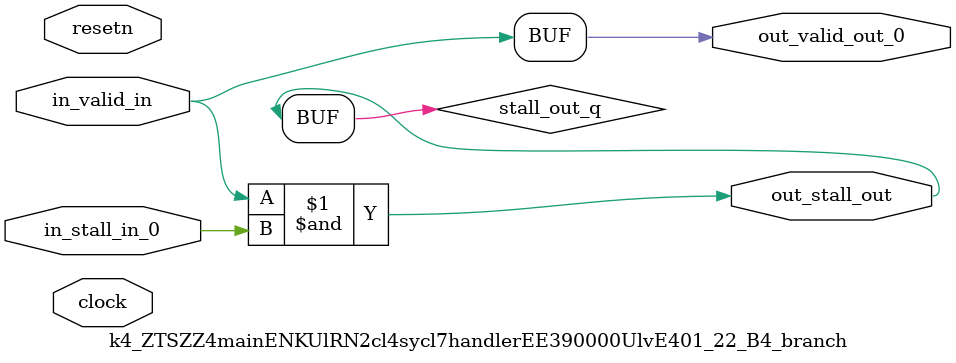
<source format=sv>



(* altera_attribute = "-name AUTO_SHIFT_REGISTER_RECOGNITION OFF; -name MESSAGE_DISABLE 10036; -name MESSAGE_DISABLE 10037; -name MESSAGE_DISABLE 14130; -name MESSAGE_DISABLE 14320; -name MESSAGE_DISABLE 15400; -name MESSAGE_DISABLE 14130; -name MESSAGE_DISABLE 10036; -name MESSAGE_DISABLE 12020; -name MESSAGE_DISABLE 12030; -name MESSAGE_DISABLE 12010; -name MESSAGE_DISABLE 12110; -name MESSAGE_DISABLE 14320; -name MESSAGE_DISABLE 13410; -name MESSAGE_DISABLE 113007; -name MESSAGE_DISABLE 10958" *)
module k4_ZTSZZ4mainENKUlRN2cl4sycl7handlerEE390000UlvE401_22_B4_branch (
    input wire [0:0] in_stall_in_0,
    input wire [0:0] in_valid_in,
    output wire [0:0] out_stall_out,
    output wire [0:0] out_valid_out_0,
    input wire clock,
    input wire resetn
    );

    wire [0:0] stall_out_q;


    // stall_out(LOGICAL,6)
    assign stall_out_q = in_valid_in & in_stall_in_0;

    // out_stall_out(GPOUT,4)
    assign out_stall_out = stall_out_q;

    // out_valid_out_0(GPOUT,5)
    assign out_valid_out_0 = in_valid_in;

endmodule

</source>
